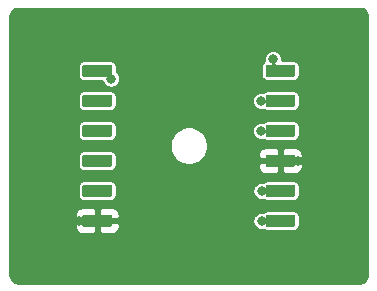
<source format=gbr>
G04 #@! TF.GenerationSoftware,KiCad,Pcbnew,5.1.5-52549c5~84~ubuntu18.04.1*
G04 #@! TF.CreationDate,2020-03-23T20:50:24+05:30*
G04 #@! TF.ProjectId,L80_adapter,4c38305f-6164-4617-9074-65722e6b6963,rev?*
G04 #@! TF.SameCoordinates,Original*
G04 #@! TF.FileFunction,Copper,L1,Top*
G04 #@! TF.FilePolarity,Positive*
%FSLAX46Y46*%
G04 Gerber Fmt 4.6, Leading zero omitted, Abs format (unit mm)*
G04 Created by KiCad (PCBNEW 5.1.5-52549c5~84~ubuntu18.04.1) date 2020-03-23 20:50:24*
%MOMM*%
%LPD*%
G04 APERTURE LIST*
%ADD10C,0.100000*%
%ADD11C,0.800000*%
%ADD12C,0.250000*%
%ADD13C,0.254000*%
G04 APERTURE END LIST*
G04 #@! TA.AperFunction,SMDPad,CuDef*
D10*
G36*
X93409802Y-105850482D02*
G01*
X93419509Y-105851921D01*
X93429028Y-105854306D01*
X93438268Y-105857612D01*
X93447140Y-105861808D01*
X93455557Y-105866853D01*
X93463439Y-105872699D01*
X93470711Y-105879289D01*
X93477301Y-105886561D01*
X93483147Y-105894443D01*
X93488192Y-105902860D01*
X93492388Y-105911732D01*
X93495694Y-105920972D01*
X93498079Y-105930491D01*
X93499518Y-105940198D01*
X93500000Y-105950000D01*
X93500000Y-106750000D01*
X93499518Y-106759802D01*
X93498079Y-106769509D01*
X93495694Y-106779028D01*
X93492388Y-106788268D01*
X93488192Y-106797140D01*
X93483147Y-106805557D01*
X93477301Y-106813439D01*
X93470711Y-106820711D01*
X93463439Y-106827301D01*
X93455557Y-106833147D01*
X93447140Y-106838192D01*
X93438268Y-106842388D01*
X93429028Y-106845694D01*
X93419509Y-106848079D01*
X93409802Y-106849518D01*
X93400000Y-106850000D01*
X91100000Y-106850000D01*
X91090198Y-106849518D01*
X91080491Y-106848079D01*
X91070972Y-106845694D01*
X91061732Y-106842388D01*
X91052860Y-106838192D01*
X91044443Y-106833147D01*
X91036561Y-106827301D01*
X91029289Y-106820711D01*
X91022699Y-106813439D01*
X91016853Y-106805557D01*
X91011808Y-106797140D01*
X91007612Y-106788268D01*
X91004306Y-106779028D01*
X91001921Y-106769509D01*
X91000482Y-106759802D01*
X91000000Y-106750000D01*
X91000000Y-105950000D01*
X91000482Y-105940198D01*
X91001921Y-105930491D01*
X91004306Y-105920972D01*
X91007612Y-105911732D01*
X91011808Y-105902860D01*
X91016853Y-105894443D01*
X91022699Y-105886561D01*
X91029289Y-105879289D01*
X91036561Y-105872699D01*
X91044443Y-105866853D01*
X91052860Y-105861808D01*
X91061732Y-105857612D01*
X91070972Y-105854306D01*
X91080491Y-105851921D01*
X91090198Y-105850482D01*
X91100000Y-105850000D01*
X93400000Y-105850000D01*
X93409802Y-105850482D01*
G37*
G04 #@! TD.AperFunction*
G04 #@! TA.AperFunction,SMDPad,CuDef*
G36*
X93409802Y-103310482D02*
G01*
X93419509Y-103311921D01*
X93429028Y-103314306D01*
X93438268Y-103317612D01*
X93447140Y-103321808D01*
X93455557Y-103326853D01*
X93463439Y-103332699D01*
X93470711Y-103339289D01*
X93477301Y-103346561D01*
X93483147Y-103354443D01*
X93488192Y-103362860D01*
X93492388Y-103371732D01*
X93495694Y-103380972D01*
X93498079Y-103390491D01*
X93499518Y-103400198D01*
X93500000Y-103410000D01*
X93500000Y-104210000D01*
X93499518Y-104219802D01*
X93498079Y-104229509D01*
X93495694Y-104239028D01*
X93492388Y-104248268D01*
X93488192Y-104257140D01*
X93483147Y-104265557D01*
X93477301Y-104273439D01*
X93470711Y-104280711D01*
X93463439Y-104287301D01*
X93455557Y-104293147D01*
X93447140Y-104298192D01*
X93438268Y-104302388D01*
X93429028Y-104305694D01*
X93419509Y-104308079D01*
X93409802Y-104309518D01*
X93400000Y-104310000D01*
X91100000Y-104310000D01*
X91090198Y-104309518D01*
X91080491Y-104308079D01*
X91070972Y-104305694D01*
X91061732Y-104302388D01*
X91052860Y-104298192D01*
X91044443Y-104293147D01*
X91036561Y-104287301D01*
X91029289Y-104280711D01*
X91022699Y-104273439D01*
X91016853Y-104265557D01*
X91011808Y-104257140D01*
X91007612Y-104248268D01*
X91004306Y-104239028D01*
X91001921Y-104229509D01*
X91000482Y-104219802D01*
X91000000Y-104210000D01*
X91000000Y-103410000D01*
X91000482Y-103400198D01*
X91001921Y-103390491D01*
X91004306Y-103380972D01*
X91007612Y-103371732D01*
X91011808Y-103362860D01*
X91016853Y-103354443D01*
X91022699Y-103346561D01*
X91029289Y-103339289D01*
X91036561Y-103332699D01*
X91044443Y-103326853D01*
X91052860Y-103321808D01*
X91061732Y-103317612D01*
X91070972Y-103314306D01*
X91080491Y-103311921D01*
X91090198Y-103310482D01*
X91100000Y-103310000D01*
X93400000Y-103310000D01*
X93409802Y-103310482D01*
G37*
G04 #@! TD.AperFunction*
G04 #@! TA.AperFunction,SMDPad,CuDef*
G36*
X93409802Y-100770482D02*
G01*
X93419509Y-100771921D01*
X93429028Y-100774306D01*
X93438268Y-100777612D01*
X93447140Y-100781808D01*
X93455557Y-100786853D01*
X93463439Y-100792699D01*
X93470711Y-100799289D01*
X93477301Y-100806561D01*
X93483147Y-100814443D01*
X93488192Y-100822860D01*
X93492388Y-100831732D01*
X93495694Y-100840972D01*
X93498079Y-100850491D01*
X93499518Y-100860198D01*
X93500000Y-100870000D01*
X93500000Y-101670000D01*
X93499518Y-101679802D01*
X93498079Y-101689509D01*
X93495694Y-101699028D01*
X93492388Y-101708268D01*
X93488192Y-101717140D01*
X93483147Y-101725557D01*
X93477301Y-101733439D01*
X93470711Y-101740711D01*
X93463439Y-101747301D01*
X93455557Y-101753147D01*
X93447140Y-101758192D01*
X93438268Y-101762388D01*
X93429028Y-101765694D01*
X93419509Y-101768079D01*
X93409802Y-101769518D01*
X93400000Y-101770000D01*
X91100000Y-101770000D01*
X91090198Y-101769518D01*
X91080491Y-101768079D01*
X91070972Y-101765694D01*
X91061732Y-101762388D01*
X91052860Y-101758192D01*
X91044443Y-101753147D01*
X91036561Y-101747301D01*
X91029289Y-101740711D01*
X91022699Y-101733439D01*
X91016853Y-101725557D01*
X91011808Y-101717140D01*
X91007612Y-101708268D01*
X91004306Y-101699028D01*
X91001921Y-101689509D01*
X91000482Y-101679802D01*
X91000000Y-101670000D01*
X91000000Y-100870000D01*
X91000482Y-100860198D01*
X91001921Y-100850491D01*
X91004306Y-100840972D01*
X91007612Y-100831732D01*
X91011808Y-100822860D01*
X91016853Y-100814443D01*
X91022699Y-100806561D01*
X91029289Y-100799289D01*
X91036561Y-100792699D01*
X91044443Y-100786853D01*
X91052860Y-100781808D01*
X91061732Y-100777612D01*
X91070972Y-100774306D01*
X91080491Y-100771921D01*
X91090198Y-100770482D01*
X91100000Y-100770000D01*
X93400000Y-100770000D01*
X93409802Y-100770482D01*
G37*
G04 #@! TD.AperFunction*
G04 #@! TA.AperFunction,SMDPad,CuDef*
G36*
X93409802Y-98230482D02*
G01*
X93419509Y-98231921D01*
X93429028Y-98234306D01*
X93438268Y-98237612D01*
X93447140Y-98241808D01*
X93455557Y-98246853D01*
X93463439Y-98252699D01*
X93470711Y-98259289D01*
X93477301Y-98266561D01*
X93483147Y-98274443D01*
X93488192Y-98282860D01*
X93492388Y-98291732D01*
X93495694Y-98300972D01*
X93498079Y-98310491D01*
X93499518Y-98320198D01*
X93500000Y-98330000D01*
X93500000Y-99130000D01*
X93499518Y-99139802D01*
X93498079Y-99149509D01*
X93495694Y-99159028D01*
X93492388Y-99168268D01*
X93488192Y-99177140D01*
X93483147Y-99185557D01*
X93477301Y-99193439D01*
X93470711Y-99200711D01*
X93463439Y-99207301D01*
X93455557Y-99213147D01*
X93447140Y-99218192D01*
X93438268Y-99222388D01*
X93429028Y-99225694D01*
X93419509Y-99228079D01*
X93409802Y-99229518D01*
X93400000Y-99230000D01*
X91100000Y-99230000D01*
X91090198Y-99229518D01*
X91080491Y-99228079D01*
X91070972Y-99225694D01*
X91061732Y-99222388D01*
X91052860Y-99218192D01*
X91044443Y-99213147D01*
X91036561Y-99207301D01*
X91029289Y-99200711D01*
X91022699Y-99193439D01*
X91016853Y-99185557D01*
X91011808Y-99177140D01*
X91007612Y-99168268D01*
X91004306Y-99159028D01*
X91001921Y-99149509D01*
X91000482Y-99139802D01*
X91000000Y-99130000D01*
X91000000Y-98330000D01*
X91000482Y-98320198D01*
X91001921Y-98310491D01*
X91004306Y-98300972D01*
X91007612Y-98291732D01*
X91011808Y-98282860D01*
X91016853Y-98274443D01*
X91022699Y-98266561D01*
X91029289Y-98259289D01*
X91036561Y-98252699D01*
X91044443Y-98246853D01*
X91052860Y-98241808D01*
X91061732Y-98237612D01*
X91070972Y-98234306D01*
X91080491Y-98231921D01*
X91090198Y-98230482D01*
X91100000Y-98230000D01*
X93400000Y-98230000D01*
X93409802Y-98230482D01*
G37*
G04 #@! TD.AperFunction*
G04 #@! TA.AperFunction,SMDPad,CuDef*
G36*
X93409802Y-95690482D02*
G01*
X93419509Y-95691921D01*
X93429028Y-95694306D01*
X93438268Y-95697612D01*
X93447140Y-95701808D01*
X93455557Y-95706853D01*
X93463439Y-95712699D01*
X93470711Y-95719289D01*
X93477301Y-95726561D01*
X93483147Y-95734443D01*
X93488192Y-95742860D01*
X93492388Y-95751732D01*
X93495694Y-95760972D01*
X93498079Y-95770491D01*
X93499518Y-95780198D01*
X93500000Y-95790000D01*
X93500000Y-96590000D01*
X93499518Y-96599802D01*
X93498079Y-96609509D01*
X93495694Y-96619028D01*
X93492388Y-96628268D01*
X93488192Y-96637140D01*
X93483147Y-96645557D01*
X93477301Y-96653439D01*
X93470711Y-96660711D01*
X93463439Y-96667301D01*
X93455557Y-96673147D01*
X93447140Y-96678192D01*
X93438268Y-96682388D01*
X93429028Y-96685694D01*
X93419509Y-96688079D01*
X93409802Y-96689518D01*
X93400000Y-96690000D01*
X91100000Y-96690000D01*
X91090198Y-96689518D01*
X91080491Y-96688079D01*
X91070972Y-96685694D01*
X91061732Y-96682388D01*
X91052860Y-96678192D01*
X91044443Y-96673147D01*
X91036561Y-96667301D01*
X91029289Y-96660711D01*
X91022699Y-96653439D01*
X91016853Y-96645557D01*
X91011808Y-96637140D01*
X91007612Y-96628268D01*
X91004306Y-96619028D01*
X91001921Y-96609509D01*
X91000482Y-96599802D01*
X91000000Y-96590000D01*
X91000000Y-95790000D01*
X91000482Y-95780198D01*
X91001921Y-95770491D01*
X91004306Y-95760972D01*
X91007612Y-95751732D01*
X91011808Y-95742860D01*
X91016853Y-95734443D01*
X91022699Y-95726561D01*
X91029289Y-95719289D01*
X91036561Y-95712699D01*
X91044443Y-95706853D01*
X91052860Y-95701808D01*
X91061732Y-95697612D01*
X91070972Y-95694306D01*
X91080491Y-95691921D01*
X91090198Y-95690482D01*
X91100000Y-95690000D01*
X93400000Y-95690000D01*
X93409802Y-95690482D01*
G37*
G04 #@! TD.AperFunction*
G04 #@! TA.AperFunction,SMDPad,CuDef*
G36*
X93409802Y-93150482D02*
G01*
X93419509Y-93151921D01*
X93429028Y-93154306D01*
X93438268Y-93157612D01*
X93447140Y-93161808D01*
X93455557Y-93166853D01*
X93463439Y-93172699D01*
X93470711Y-93179289D01*
X93477301Y-93186561D01*
X93483147Y-93194443D01*
X93488192Y-93202860D01*
X93492388Y-93211732D01*
X93495694Y-93220972D01*
X93498079Y-93230491D01*
X93499518Y-93240198D01*
X93500000Y-93250000D01*
X93500000Y-94050000D01*
X93499518Y-94059802D01*
X93498079Y-94069509D01*
X93495694Y-94079028D01*
X93492388Y-94088268D01*
X93488192Y-94097140D01*
X93483147Y-94105557D01*
X93477301Y-94113439D01*
X93470711Y-94120711D01*
X93463439Y-94127301D01*
X93455557Y-94133147D01*
X93447140Y-94138192D01*
X93438268Y-94142388D01*
X93429028Y-94145694D01*
X93419509Y-94148079D01*
X93409802Y-94149518D01*
X93400000Y-94150000D01*
X91100000Y-94150000D01*
X91090198Y-94149518D01*
X91080491Y-94148079D01*
X91070972Y-94145694D01*
X91061732Y-94142388D01*
X91052860Y-94138192D01*
X91044443Y-94133147D01*
X91036561Y-94127301D01*
X91029289Y-94120711D01*
X91022699Y-94113439D01*
X91016853Y-94105557D01*
X91011808Y-94097140D01*
X91007612Y-94088268D01*
X91004306Y-94079028D01*
X91001921Y-94069509D01*
X91000482Y-94059802D01*
X91000000Y-94050000D01*
X91000000Y-93250000D01*
X91000482Y-93240198D01*
X91001921Y-93230491D01*
X91004306Y-93220972D01*
X91007612Y-93211732D01*
X91011808Y-93202860D01*
X91016853Y-93194443D01*
X91022699Y-93186561D01*
X91029289Y-93179289D01*
X91036561Y-93172699D01*
X91044443Y-93166853D01*
X91052860Y-93161808D01*
X91061732Y-93157612D01*
X91070972Y-93154306D01*
X91080491Y-93151921D01*
X91090198Y-93150482D01*
X91100000Y-93150000D01*
X93400000Y-93150000D01*
X93409802Y-93150482D01*
G37*
G04 #@! TD.AperFunction*
G04 #@! TA.AperFunction,SMDPad,CuDef*
G36*
X108909802Y-93150482D02*
G01*
X108919509Y-93151921D01*
X108929028Y-93154306D01*
X108938268Y-93157612D01*
X108947140Y-93161808D01*
X108955557Y-93166853D01*
X108963439Y-93172699D01*
X108970711Y-93179289D01*
X108977301Y-93186561D01*
X108983147Y-93194443D01*
X108988192Y-93202860D01*
X108992388Y-93211732D01*
X108995694Y-93220972D01*
X108998079Y-93230491D01*
X108999518Y-93240198D01*
X109000000Y-93250000D01*
X109000000Y-94050000D01*
X108999518Y-94059802D01*
X108998079Y-94069509D01*
X108995694Y-94079028D01*
X108992388Y-94088268D01*
X108988192Y-94097140D01*
X108983147Y-94105557D01*
X108977301Y-94113439D01*
X108970711Y-94120711D01*
X108963439Y-94127301D01*
X108955557Y-94133147D01*
X108947140Y-94138192D01*
X108938268Y-94142388D01*
X108929028Y-94145694D01*
X108919509Y-94148079D01*
X108909802Y-94149518D01*
X108900000Y-94150000D01*
X106600000Y-94150000D01*
X106590198Y-94149518D01*
X106580491Y-94148079D01*
X106570972Y-94145694D01*
X106561732Y-94142388D01*
X106552860Y-94138192D01*
X106544443Y-94133147D01*
X106536561Y-94127301D01*
X106529289Y-94120711D01*
X106522699Y-94113439D01*
X106516853Y-94105557D01*
X106511808Y-94097140D01*
X106507612Y-94088268D01*
X106504306Y-94079028D01*
X106501921Y-94069509D01*
X106500482Y-94059802D01*
X106500000Y-94050000D01*
X106500000Y-93250000D01*
X106500482Y-93240198D01*
X106501921Y-93230491D01*
X106504306Y-93220972D01*
X106507612Y-93211732D01*
X106511808Y-93202860D01*
X106516853Y-93194443D01*
X106522699Y-93186561D01*
X106529289Y-93179289D01*
X106536561Y-93172699D01*
X106544443Y-93166853D01*
X106552860Y-93161808D01*
X106561732Y-93157612D01*
X106570972Y-93154306D01*
X106580491Y-93151921D01*
X106590198Y-93150482D01*
X106600000Y-93150000D01*
X108900000Y-93150000D01*
X108909802Y-93150482D01*
G37*
G04 #@! TD.AperFunction*
G04 #@! TA.AperFunction,SMDPad,CuDef*
G36*
X108909802Y-95690482D02*
G01*
X108919509Y-95691921D01*
X108929028Y-95694306D01*
X108938268Y-95697612D01*
X108947140Y-95701808D01*
X108955557Y-95706853D01*
X108963439Y-95712699D01*
X108970711Y-95719289D01*
X108977301Y-95726561D01*
X108983147Y-95734443D01*
X108988192Y-95742860D01*
X108992388Y-95751732D01*
X108995694Y-95760972D01*
X108998079Y-95770491D01*
X108999518Y-95780198D01*
X109000000Y-95790000D01*
X109000000Y-96590000D01*
X108999518Y-96599802D01*
X108998079Y-96609509D01*
X108995694Y-96619028D01*
X108992388Y-96628268D01*
X108988192Y-96637140D01*
X108983147Y-96645557D01*
X108977301Y-96653439D01*
X108970711Y-96660711D01*
X108963439Y-96667301D01*
X108955557Y-96673147D01*
X108947140Y-96678192D01*
X108938268Y-96682388D01*
X108929028Y-96685694D01*
X108919509Y-96688079D01*
X108909802Y-96689518D01*
X108900000Y-96690000D01*
X106600000Y-96690000D01*
X106590198Y-96689518D01*
X106580491Y-96688079D01*
X106570972Y-96685694D01*
X106561732Y-96682388D01*
X106552860Y-96678192D01*
X106544443Y-96673147D01*
X106536561Y-96667301D01*
X106529289Y-96660711D01*
X106522699Y-96653439D01*
X106516853Y-96645557D01*
X106511808Y-96637140D01*
X106507612Y-96628268D01*
X106504306Y-96619028D01*
X106501921Y-96609509D01*
X106500482Y-96599802D01*
X106500000Y-96590000D01*
X106500000Y-95790000D01*
X106500482Y-95780198D01*
X106501921Y-95770491D01*
X106504306Y-95760972D01*
X106507612Y-95751732D01*
X106511808Y-95742860D01*
X106516853Y-95734443D01*
X106522699Y-95726561D01*
X106529289Y-95719289D01*
X106536561Y-95712699D01*
X106544443Y-95706853D01*
X106552860Y-95701808D01*
X106561732Y-95697612D01*
X106570972Y-95694306D01*
X106580491Y-95691921D01*
X106590198Y-95690482D01*
X106600000Y-95690000D01*
X108900000Y-95690000D01*
X108909802Y-95690482D01*
G37*
G04 #@! TD.AperFunction*
G04 #@! TA.AperFunction,SMDPad,CuDef*
G36*
X108909802Y-98230482D02*
G01*
X108919509Y-98231921D01*
X108929028Y-98234306D01*
X108938268Y-98237612D01*
X108947140Y-98241808D01*
X108955557Y-98246853D01*
X108963439Y-98252699D01*
X108970711Y-98259289D01*
X108977301Y-98266561D01*
X108983147Y-98274443D01*
X108988192Y-98282860D01*
X108992388Y-98291732D01*
X108995694Y-98300972D01*
X108998079Y-98310491D01*
X108999518Y-98320198D01*
X109000000Y-98330000D01*
X109000000Y-99130000D01*
X108999518Y-99139802D01*
X108998079Y-99149509D01*
X108995694Y-99159028D01*
X108992388Y-99168268D01*
X108988192Y-99177140D01*
X108983147Y-99185557D01*
X108977301Y-99193439D01*
X108970711Y-99200711D01*
X108963439Y-99207301D01*
X108955557Y-99213147D01*
X108947140Y-99218192D01*
X108938268Y-99222388D01*
X108929028Y-99225694D01*
X108919509Y-99228079D01*
X108909802Y-99229518D01*
X108900000Y-99230000D01*
X106600000Y-99230000D01*
X106590198Y-99229518D01*
X106580491Y-99228079D01*
X106570972Y-99225694D01*
X106561732Y-99222388D01*
X106552860Y-99218192D01*
X106544443Y-99213147D01*
X106536561Y-99207301D01*
X106529289Y-99200711D01*
X106522699Y-99193439D01*
X106516853Y-99185557D01*
X106511808Y-99177140D01*
X106507612Y-99168268D01*
X106504306Y-99159028D01*
X106501921Y-99149509D01*
X106500482Y-99139802D01*
X106500000Y-99130000D01*
X106500000Y-98330000D01*
X106500482Y-98320198D01*
X106501921Y-98310491D01*
X106504306Y-98300972D01*
X106507612Y-98291732D01*
X106511808Y-98282860D01*
X106516853Y-98274443D01*
X106522699Y-98266561D01*
X106529289Y-98259289D01*
X106536561Y-98252699D01*
X106544443Y-98246853D01*
X106552860Y-98241808D01*
X106561732Y-98237612D01*
X106570972Y-98234306D01*
X106580491Y-98231921D01*
X106590198Y-98230482D01*
X106600000Y-98230000D01*
X108900000Y-98230000D01*
X108909802Y-98230482D01*
G37*
G04 #@! TD.AperFunction*
G04 #@! TA.AperFunction,SMDPad,CuDef*
G36*
X108909802Y-100770482D02*
G01*
X108919509Y-100771921D01*
X108929028Y-100774306D01*
X108938268Y-100777612D01*
X108947140Y-100781808D01*
X108955557Y-100786853D01*
X108963439Y-100792699D01*
X108970711Y-100799289D01*
X108977301Y-100806561D01*
X108983147Y-100814443D01*
X108988192Y-100822860D01*
X108992388Y-100831732D01*
X108995694Y-100840972D01*
X108998079Y-100850491D01*
X108999518Y-100860198D01*
X109000000Y-100870000D01*
X109000000Y-101670000D01*
X108999518Y-101679802D01*
X108998079Y-101689509D01*
X108995694Y-101699028D01*
X108992388Y-101708268D01*
X108988192Y-101717140D01*
X108983147Y-101725557D01*
X108977301Y-101733439D01*
X108970711Y-101740711D01*
X108963439Y-101747301D01*
X108955557Y-101753147D01*
X108947140Y-101758192D01*
X108938268Y-101762388D01*
X108929028Y-101765694D01*
X108919509Y-101768079D01*
X108909802Y-101769518D01*
X108900000Y-101770000D01*
X106600000Y-101770000D01*
X106590198Y-101769518D01*
X106580491Y-101768079D01*
X106570972Y-101765694D01*
X106561732Y-101762388D01*
X106552860Y-101758192D01*
X106544443Y-101753147D01*
X106536561Y-101747301D01*
X106529289Y-101740711D01*
X106522699Y-101733439D01*
X106516853Y-101725557D01*
X106511808Y-101717140D01*
X106507612Y-101708268D01*
X106504306Y-101699028D01*
X106501921Y-101689509D01*
X106500482Y-101679802D01*
X106500000Y-101670000D01*
X106500000Y-100870000D01*
X106500482Y-100860198D01*
X106501921Y-100850491D01*
X106504306Y-100840972D01*
X106507612Y-100831732D01*
X106511808Y-100822860D01*
X106516853Y-100814443D01*
X106522699Y-100806561D01*
X106529289Y-100799289D01*
X106536561Y-100792699D01*
X106544443Y-100786853D01*
X106552860Y-100781808D01*
X106561732Y-100777612D01*
X106570972Y-100774306D01*
X106580491Y-100771921D01*
X106590198Y-100770482D01*
X106600000Y-100770000D01*
X108900000Y-100770000D01*
X108909802Y-100770482D01*
G37*
G04 #@! TD.AperFunction*
G04 #@! TA.AperFunction,SMDPad,CuDef*
G36*
X108909802Y-103310482D02*
G01*
X108919509Y-103311921D01*
X108929028Y-103314306D01*
X108938268Y-103317612D01*
X108947140Y-103321808D01*
X108955557Y-103326853D01*
X108963439Y-103332699D01*
X108970711Y-103339289D01*
X108977301Y-103346561D01*
X108983147Y-103354443D01*
X108988192Y-103362860D01*
X108992388Y-103371732D01*
X108995694Y-103380972D01*
X108998079Y-103390491D01*
X108999518Y-103400198D01*
X109000000Y-103410000D01*
X109000000Y-104210000D01*
X108999518Y-104219802D01*
X108998079Y-104229509D01*
X108995694Y-104239028D01*
X108992388Y-104248268D01*
X108988192Y-104257140D01*
X108983147Y-104265557D01*
X108977301Y-104273439D01*
X108970711Y-104280711D01*
X108963439Y-104287301D01*
X108955557Y-104293147D01*
X108947140Y-104298192D01*
X108938268Y-104302388D01*
X108929028Y-104305694D01*
X108919509Y-104308079D01*
X108909802Y-104309518D01*
X108900000Y-104310000D01*
X106600000Y-104310000D01*
X106590198Y-104309518D01*
X106580491Y-104308079D01*
X106570972Y-104305694D01*
X106561732Y-104302388D01*
X106552860Y-104298192D01*
X106544443Y-104293147D01*
X106536561Y-104287301D01*
X106529289Y-104280711D01*
X106522699Y-104273439D01*
X106516853Y-104265557D01*
X106511808Y-104257140D01*
X106507612Y-104248268D01*
X106504306Y-104239028D01*
X106501921Y-104229509D01*
X106500482Y-104219802D01*
X106500000Y-104210000D01*
X106500000Y-103410000D01*
X106500482Y-103400198D01*
X106501921Y-103390491D01*
X106504306Y-103380972D01*
X106507612Y-103371732D01*
X106511808Y-103362860D01*
X106516853Y-103354443D01*
X106522699Y-103346561D01*
X106529289Y-103339289D01*
X106536561Y-103332699D01*
X106544443Y-103326853D01*
X106552860Y-103321808D01*
X106561732Y-103317612D01*
X106570972Y-103314306D01*
X106580491Y-103311921D01*
X106590198Y-103310482D01*
X106600000Y-103310000D01*
X108900000Y-103310000D01*
X108909802Y-103310482D01*
G37*
G04 #@! TD.AperFunction*
G04 #@! TA.AperFunction,SMDPad,CuDef*
G36*
X108909802Y-105850482D02*
G01*
X108919509Y-105851921D01*
X108929028Y-105854306D01*
X108938268Y-105857612D01*
X108947140Y-105861808D01*
X108955557Y-105866853D01*
X108963439Y-105872699D01*
X108970711Y-105879289D01*
X108977301Y-105886561D01*
X108983147Y-105894443D01*
X108988192Y-105902860D01*
X108992388Y-105911732D01*
X108995694Y-105920972D01*
X108998079Y-105930491D01*
X108999518Y-105940198D01*
X109000000Y-105950000D01*
X109000000Y-106750000D01*
X108999518Y-106759802D01*
X108998079Y-106769509D01*
X108995694Y-106779028D01*
X108992388Y-106788268D01*
X108988192Y-106797140D01*
X108983147Y-106805557D01*
X108977301Y-106813439D01*
X108970711Y-106820711D01*
X108963439Y-106827301D01*
X108955557Y-106833147D01*
X108947140Y-106838192D01*
X108938268Y-106842388D01*
X108929028Y-106845694D01*
X108919509Y-106848079D01*
X108909802Y-106849518D01*
X108900000Y-106850000D01*
X106600000Y-106850000D01*
X106590198Y-106849518D01*
X106580491Y-106848079D01*
X106570972Y-106845694D01*
X106561732Y-106842388D01*
X106552860Y-106838192D01*
X106544443Y-106833147D01*
X106536561Y-106827301D01*
X106529289Y-106820711D01*
X106522699Y-106813439D01*
X106516853Y-106805557D01*
X106511808Y-106797140D01*
X106507612Y-106788268D01*
X106504306Y-106779028D01*
X106501921Y-106769509D01*
X106500482Y-106759802D01*
X106500000Y-106750000D01*
X106500000Y-105950000D01*
X106500482Y-105940198D01*
X106501921Y-105930491D01*
X106504306Y-105920972D01*
X106507612Y-105911732D01*
X106511808Y-105902860D01*
X106516853Y-105894443D01*
X106522699Y-105886561D01*
X106529289Y-105879289D01*
X106536561Y-105872699D01*
X106544443Y-105866853D01*
X106552860Y-105861808D01*
X106561732Y-105857612D01*
X106570972Y-105854306D01*
X106580491Y-105851921D01*
X106590198Y-105850482D01*
X106600000Y-105850000D01*
X108900000Y-105850000D01*
X108909802Y-105850482D01*
G37*
G04 #@! TD.AperFunction*
D11*
X109283500Y-101282500D03*
X90678000Y-106362500D03*
X106108500Y-96202500D03*
X106108500Y-98742500D03*
X106172000Y-106362500D03*
X106172000Y-103822500D03*
X107124500Y-92683490D03*
X93404998Y-94322028D03*
D12*
X107750000Y-101270000D02*
X109271000Y-101270000D01*
X109271000Y-101270000D02*
X109283500Y-101282500D01*
X92250000Y-106350000D02*
X90690500Y-106350000D01*
X90690500Y-106350000D02*
X90678000Y-106362500D01*
X107750000Y-96190000D02*
X106121000Y-96190000D01*
X106057500Y-98730000D02*
X107750000Y-98730000D01*
X107750000Y-106350000D02*
X106184500Y-106350000D01*
X106184500Y-106350000D02*
X106172000Y-106362500D01*
X107750000Y-103810000D02*
X106184500Y-103810000D01*
X106184500Y-103810000D02*
X106172000Y-103822500D01*
X107124500Y-93024500D02*
X107124500Y-92683490D01*
X107750000Y-93650000D02*
X107124500Y-93024500D01*
X92732970Y-93650000D02*
X93404998Y-94322028D01*
X92250000Y-93650000D02*
X92732970Y-93650000D01*
D13*
G36*
X114614994Y-88419222D02*
G01*
X114725614Y-88452620D01*
X114827639Y-88506868D01*
X114917179Y-88579895D01*
X114990833Y-88668925D01*
X115045792Y-88770572D01*
X115079960Y-88880949D01*
X115094001Y-89014537D01*
X115094000Y-110980146D01*
X115080778Y-111114994D01*
X115047379Y-111225615D01*
X114993132Y-111327639D01*
X114920106Y-111417179D01*
X114831072Y-111490834D01*
X114729428Y-111545792D01*
X114619051Y-111579960D01*
X114485472Y-111594000D01*
X85519854Y-111594000D01*
X85385006Y-111580778D01*
X85274385Y-111547379D01*
X85172361Y-111493132D01*
X85082821Y-111420106D01*
X85009166Y-111331072D01*
X84954208Y-111229428D01*
X84920040Y-111119051D01*
X84906000Y-110985472D01*
X84906000Y-106850000D01*
X90361928Y-106850000D01*
X90374188Y-106974482D01*
X90410498Y-107094180D01*
X90469463Y-107204494D01*
X90548815Y-107301185D01*
X90645506Y-107380537D01*
X90755820Y-107439502D01*
X90875518Y-107475812D01*
X91000000Y-107488072D01*
X91964250Y-107485000D01*
X92123000Y-107326250D01*
X92123000Y-106477000D01*
X92377000Y-106477000D01*
X92377000Y-107326250D01*
X92535750Y-107485000D01*
X93500000Y-107488072D01*
X93624482Y-107475812D01*
X93744180Y-107439502D01*
X93854494Y-107380537D01*
X93951185Y-107301185D01*
X94030537Y-107204494D01*
X94089502Y-107094180D01*
X94125812Y-106974482D01*
X94138072Y-106850000D01*
X94135000Y-106635750D01*
X93976250Y-106477000D01*
X92377000Y-106477000D01*
X92123000Y-106477000D01*
X90523750Y-106477000D01*
X90365000Y-106635750D01*
X90361928Y-106850000D01*
X84906000Y-106850000D01*
X84906000Y-106285578D01*
X105391000Y-106285578D01*
X105391000Y-106439422D01*
X105421013Y-106590309D01*
X105479887Y-106732442D01*
X105565358Y-106860359D01*
X105674141Y-106969142D01*
X105802058Y-107054613D01*
X105944191Y-107113487D01*
X106095078Y-107143500D01*
X106248922Y-107143500D01*
X106307772Y-107131794D01*
X106331747Y-107151469D01*
X106415224Y-107196089D01*
X106505802Y-107223565D01*
X106600000Y-107232843D01*
X108900000Y-107232843D01*
X108994198Y-107223565D01*
X109084776Y-107196089D01*
X109168253Y-107151469D01*
X109241422Y-107091422D01*
X109301469Y-107018253D01*
X109346089Y-106934776D01*
X109373565Y-106844198D01*
X109382843Y-106750000D01*
X109382843Y-105950000D01*
X109373565Y-105855802D01*
X109346089Y-105765224D01*
X109301469Y-105681747D01*
X109241422Y-105608578D01*
X109168253Y-105548531D01*
X109084776Y-105503911D01*
X108994198Y-105476435D01*
X108900000Y-105467157D01*
X106600000Y-105467157D01*
X106505802Y-105476435D01*
X106415224Y-105503911D01*
X106331747Y-105548531D01*
X106283252Y-105588329D01*
X106248922Y-105581500D01*
X106095078Y-105581500D01*
X105944191Y-105611513D01*
X105802058Y-105670387D01*
X105674141Y-105755858D01*
X105565358Y-105864641D01*
X105479887Y-105992558D01*
X105421013Y-106134691D01*
X105391000Y-106285578D01*
X84906000Y-106285578D01*
X84906000Y-105850000D01*
X90361928Y-105850000D01*
X90365000Y-106064250D01*
X90523750Y-106223000D01*
X92123000Y-106223000D01*
X92123000Y-105373750D01*
X92377000Y-105373750D01*
X92377000Y-106223000D01*
X93976250Y-106223000D01*
X94135000Y-106064250D01*
X94138072Y-105850000D01*
X94125812Y-105725518D01*
X94089502Y-105605820D01*
X94030537Y-105495506D01*
X93951185Y-105398815D01*
X93854494Y-105319463D01*
X93744180Y-105260498D01*
X93624482Y-105224188D01*
X93500000Y-105211928D01*
X92535750Y-105215000D01*
X92377000Y-105373750D01*
X92123000Y-105373750D01*
X91964250Y-105215000D01*
X91000000Y-105211928D01*
X90875518Y-105224188D01*
X90755820Y-105260498D01*
X90645506Y-105319463D01*
X90548815Y-105398815D01*
X90469463Y-105495506D01*
X90410498Y-105605820D01*
X90374188Y-105725518D01*
X90361928Y-105850000D01*
X84906000Y-105850000D01*
X84906000Y-103410000D01*
X90617157Y-103410000D01*
X90617157Y-104210000D01*
X90626435Y-104304198D01*
X90653911Y-104394776D01*
X90698531Y-104478253D01*
X90758578Y-104551422D01*
X90831747Y-104611469D01*
X90915224Y-104656089D01*
X91005802Y-104683565D01*
X91100000Y-104692843D01*
X93400000Y-104692843D01*
X93494198Y-104683565D01*
X93584776Y-104656089D01*
X93668253Y-104611469D01*
X93741422Y-104551422D01*
X93801469Y-104478253D01*
X93846089Y-104394776D01*
X93873565Y-104304198D01*
X93882843Y-104210000D01*
X93882843Y-103745578D01*
X105391000Y-103745578D01*
X105391000Y-103899422D01*
X105421013Y-104050309D01*
X105479887Y-104192442D01*
X105565358Y-104320359D01*
X105674141Y-104429142D01*
X105802058Y-104514613D01*
X105944191Y-104573487D01*
X106095078Y-104603500D01*
X106248922Y-104603500D01*
X106307772Y-104591794D01*
X106331747Y-104611469D01*
X106415224Y-104656089D01*
X106505802Y-104683565D01*
X106600000Y-104692843D01*
X108900000Y-104692843D01*
X108994198Y-104683565D01*
X109084776Y-104656089D01*
X109168253Y-104611469D01*
X109241422Y-104551422D01*
X109301469Y-104478253D01*
X109346089Y-104394776D01*
X109373565Y-104304198D01*
X109382843Y-104210000D01*
X109382843Y-103410000D01*
X109373565Y-103315802D01*
X109346089Y-103225224D01*
X109301469Y-103141747D01*
X109241422Y-103068578D01*
X109168253Y-103008531D01*
X109084776Y-102963911D01*
X108994198Y-102936435D01*
X108900000Y-102927157D01*
X106600000Y-102927157D01*
X106505802Y-102936435D01*
X106415224Y-102963911D01*
X106331747Y-103008531D01*
X106283252Y-103048329D01*
X106248922Y-103041500D01*
X106095078Y-103041500D01*
X105944191Y-103071513D01*
X105802058Y-103130387D01*
X105674141Y-103215858D01*
X105565358Y-103324641D01*
X105479887Y-103452558D01*
X105421013Y-103594691D01*
X105391000Y-103745578D01*
X93882843Y-103745578D01*
X93882843Y-103410000D01*
X93873565Y-103315802D01*
X93846089Y-103225224D01*
X93801469Y-103141747D01*
X93741422Y-103068578D01*
X93668253Y-103008531D01*
X93584776Y-102963911D01*
X93494198Y-102936435D01*
X93400000Y-102927157D01*
X91100000Y-102927157D01*
X91005802Y-102936435D01*
X90915224Y-102963911D01*
X90831747Y-103008531D01*
X90758578Y-103068578D01*
X90698531Y-103141747D01*
X90653911Y-103225224D01*
X90626435Y-103315802D01*
X90617157Y-103410000D01*
X84906000Y-103410000D01*
X84906000Y-100870000D01*
X90617157Y-100870000D01*
X90617157Y-101670000D01*
X90626435Y-101764198D01*
X90653911Y-101854776D01*
X90698531Y-101938253D01*
X90758578Y-102011422D01*
X90831747Y-102071469D01*
X90915224Y-102116089D01*
X91005802Y-102143565D01*
X91100000Y-102152843D01*
X93400000Y-102152843D01*
X93494198Y-102143565D01*
X93584776Y-102116089D01*
X93668253Y-102071469D01*
X93741422Y-102011422D01*
X93801469Y-101938253D01*
X93846089Y-101854776D01*
X93871805Y-101770000D01*
X105861928Y-101770000D01*
X105874188Y-101894482D01*
X105910498Y-102014180D01*
X105969463Y-102124494D01*
X106048815Y-102221185D01*
X106145506Y-102300537D01*
X106255820Y-102359502D01*
X106375518Y-102395812D01*
X106500000Y-102408072D01*
X107464250Y-102405000D01*
X107623000Y-102246250D01*
X107623000Y-101397000D01*
X107877000Y-101397000D01*
X107877000Y-102246250D01*
X108035750Y-102405000D01*
X109000000Y-102408072D01*
X109124482Y-102395812D01*
X109244180Y-102359502D01*
X109354494Y-102300537D01*
X109451185Y-102221185D01*
X109530537Y-102124494D01*
X109589502Y-102014180D01*
X109625812Y-101894482D01*
X109638072Y-101770000D01*
X109635000Y-101555750D01*
X109476250Y-101397000D01*
X107877000Y-101397000D01*
X107623000Y-101397000D01*
X106023750Y-101397000D01*
X105865000Y-101555750D01*
X105861928Y-101770000D01*
X93871805Y-101770000D01*
X93873565Y-101764198D01*
X93882843Y-101670000D01*
X93882843Y-100870000D01*
X93873565Y-100775802D01*
X93846089Y-100685224D01*
X93801469Y-100601747D01*
X93741422Y-100528578D01*
X93668253Y-100468531D01*
X93584776Y-100423911D01*
X93494198Y-100396435D01*
X93400000Y-100387157D01*
X91100000Y-100387157D01*
X91005802Y-100396435D01*
X90915224Y-100423911D01*
X90831747Y-100468531D01*
X90758578Y-100528578D01*
X90698531Y-100601747D01*
X90653911Y-100685224D01*
X90626435Y-100775802D01*
X90617157Y-100870000D01*
X84906000Y-100870000D01*
X84906000Y-99839360D01*
X98369000Y-99839360D01*
X98369000Y-100160640D01*
X98431678Y-100475745D01*
X98554626Y-100772568D01*
X98733119Y-101039702D01*
X98960298Y-101266881D01*
X99227432Y-101445374D01*
X99524255Y-101568322D01*
X99839360Y-101631000D01*
X100160640Y-101631000D01*
X100475745Y-101568322D01*
X100772568Y-101445374D01*
X101039702Y-101266881D01*
X101266881Y-101039702D01*
X101445374Y-100772568D01*
X101446437Y-100770000D01*
X105861928Y-100770000D01*
X105865000Y-100984250D01*
X106023750Y-101143000D01*
X107623000Y-101143000D01*
X107623000Y-100293750D01*
X107877000Y-100293750D01*
X107877000Y-101143000D01*
X109476250Y-101143000D01*
X109635000Y-100984250D01*
X109638072Y-100770000D01*
X109625812Y-100645518D01*
X109589502Y-100525820D01*
X109530537Y-100415506D01*
X109451185Y-100318815D01*
X109354494Y-100239463D01*
X109244180Y-100180498D01*
X109124482Y-100144188D01*
X109000000Y-100131928D01*
X108035750Y-100135000D01*
X107877000Y-100293750D01*
X107623000Y-100293750D01*
X107464250Y-100135000D01*
X106500000Y-100131928D01*
X106375518Y-100144188D01*
X106255820Y-100180498D01*
X106145506Y-100239463D01*
X106048815Y-100318815D01*
X105969463Y-100415506D01*
X105910498Y-100525820D01*
X105874188Y-100645518D01*
X105861928Y-100770000D01*
X101446437Y-100770000D01*
X101568322Y-100475745D01*
X101631000Y-100160640D01*
X101631000Y-99839360D01*
X101568322Y-99524255D01*
X101445374Y-99227432D01*
X101266881Y-98960298D01*
X101039702Y-98733119D01*
X100938620Y-98665578D01*
X105327500Y-98665578D01*
X105327500Y-98819422D01*
X105357513Y-98970309D01*
X105416387Y-99112442D01*
X105501858Y-99240359D01*
X105610641Y-99349142D01*
X105738558Y-99434613D01*
X105880691Y-99493487D01*
X106031578Y-99523500D01*
X106185422Y-99523500D01*
X106295384Y-99501627D01*
X106331747Y-99531469D01*
X106415224Y-99576089D01*
X106505802Y-99603565D01*
X106600000Y-99612843D01*
X108900000Y-99612843D01*
X108994198Y-99603565D01*
X109084776Y-99576089D01*
X109168253Y-99531469D01*
X109241422Y-99471422D01*
X109301469Y-99398253D01*
X109346089Y-99314776D01*
X109373565Y-99224198D01*
X109382843Y-99130000D01*
X109382843Y-98330000D01*
X109373565Y-98235802D01*
X109346089Y-98145224D01*
X109301469Y-98061747D01*
X109241422Y-97988578D01*
X109168253Y-97928531D01*
X109084776Y-97883911D01*
X108994198Y-97856435D01*
X108900000Y-97847157D01*
X106600000Y-97847157D01*
X106505802Y-97856435D01*
X106415224Y-97883911D01*
X106331747Y-97928531D01*
X106270864Y-97978495D01*
X106185422Y-97961500D01*
X106031578Y-97961500D01*
X105880691Y-97991513D01*
X105738558Y-98050387D01*
X105610641Y-98135858D01*
X105501858Y-98244641D01*
X105416387Y-98372558D01*
X105357513Y-98514691D01*
X105327500Y-98665578D01*
X100938620Y-98665578D01*
X100772568Y-98554626D01*
X100475745Y-98431678D01*
X100160640Y-98369000D01*
X99839360Y-98369000D01*
X99524255Y-98431678D01*
X99227432Y-98554626D01*
X98960298Y-98733119D01*
X98733119Y-98960298D01*
X98554626Y-99227432D01*
X98431678Y-99524255D01*
X98369000Y-99839360D01*
X84906000Y-99839360D01*
X84906000Y-98330000D01*
X90617157Y-98330000D01*
X90617157Y-99130000D01*
X90626435Y-99224198D01*
X90653911Y-99314776D01*
X90698531Y-99398253D01*
X90758578Y-99471422D01*
X90831747Y-99531469D01*
X90915224Y-99576089D01*
X91005802Y-99603565D01*
X91100000Y-99612843D01*
X93400000Y-99612843D01*
X93494198Y-99603565D01*
X93584776Y-99576089D01*
X93668253Y-99531469D01*
X93741422Y-99471422D01*
X93801469Y-99398253D01*
X93846089Y-99314776D01*
X93873565Y-99224198D01*
X93882843Y-99130000D01*
X93882843Y-98330000D01*
X93873565Y-98235802D01*
X93846089Y-98145224D01*
X93801469Y-98061747D01*
X93741422Y-97988578D01*
X93668253Y-97928531D01*
X93584776Y-97883911D01*
X93494198Y-97856435D01*
X93400000Y-97847157D01*
X91100000Y-97847157D01*
X91005802Y-97856435D01*
X90915224Y-97883911D01*
X90831747Y-97928531D01*
X90758578Y-97988578D01*
X90698531Y-98061747D01*
X90653911Y-98145224D01*
X90626435Y-98235802D01*
X90617157Y-98330000D01*
X84906000Y-98330000D01*
X84906000Y-95790000D01*
X90617157Y-95790000D01*
X90617157Y-96590000D01*
X90626435Y-96684198D01*
X90653911Y-96774776D01*
X90698531Y-96858253D01*
X90758578Y-96931422D01*
X90831747Y-96991469D01*
X90915224Y-97036089D01*
X91005802Y-97063565D01*
X91100000Y-97072843D01*
X93400000Y-97072843D01*
X93494198Y-97063565D01*
X93584776Y-97036089D01*
X93668253Y-96991469D01*
X93741422Y-96931422D01*
X93801469Y-96858253D01*
X93846089Y-96774776D01*
X93873565Y-96684198D01*
X93882843Y-96590000D01*
X93882843Y-96125578D01*
X105327500Y-96125578D01*
X105327500Y-96279422D01*
X105357513Y-96430309D01*
X105416387Y-96572442D01*
X105501858Y-96700359D01*
X105610641Y-96809142D01*
X105738558Y-96894613D01*
X105880691Y-96953487D01*
X106031578Y-96983500D01*
X106185422Y-96983500D01*
X106295384Y-96961627D01*
X106331747Y-96991469D01*
X106415224Y-97036089D01*
X106505802Y-97063565D01*
X106600000Y-97072843D01*
X108900000Y-97072843D01*
X108994198Y-97063565D01*
X109084776Y-97036089D01*
X109168253Y-96991469D01*
X109241422Y-96931422D01*
X109301469Y-96858253D01*
X109346089Y-96774776D01*
X109373565Y-96684198D01*
X109382843Y-96590000D01*
X109382843Y-95790000D01*
X109373565Y-95695802D01*
X109346089Y-95605224D01*
X109301469Y-95521747D01*
X109241422Y-95448578D01*
X109168253Y-95388531D01*
X109084776Y-95343911D01*
X108994198Y-95316435D01*
X108900000Y-95307157D01*
X106600000Y-95307157D01*
X106505802Y-95316435D01*
X106415224Y-95343911D01*
X106331747Y-95388531D01*
X106270864Y-95438495D01*
X106185422Y-95421500D01*
X106031578Y-95421500D01*
X105880691Y-95451513D01*
X105738558Y-95510387D01*
X105610641Y-95595858D01*
X105501858Y-95704641D01*
X105416387Y-95832558D01*
X105357513Y-95974691D01*
X105327500Y-96125578D01*
X93882843Y-96125578D01*
X93882843Y-95790000D01*
X93873565Y-95695802D01*
X93846089Y-95605224D01*
X93801469Y-95521747D01*
X93741422Y-95448578D01*
X93668253Y-95388531D01*
X93584776Y-95343911D01*
X93494198Y-95316435D01*
X93400000Y-95307157D01*
X91100000Y-95307157D01*
X91005802Y-95316435D01*
X90915224Y-95343911D01*
X90831747Y-95388531D01*
X90758578Y-95448578D01*
X90698531Y-95521747D01*
X90653911Y-95605224D01*
X90626435Y-95695802D01*
X90617157Y-95790000D01*
X84906000Y-95790000D01*
X84906000Y-93250000D01*
X90617157Y-93250000D01*
X90617157Y-94050000D01*
X90626435Y-94144198D01*
X90653911Y-94234776D01*
X90698531Y-94318253D01*
X90758578Y-94391422D01*
X90831747Y-94451469D01*
X90915224Y-94496089D01*
X91005802Y-94523565D01*
X91100000Y-94532843D01*
X92650631Y-94532843D01*
X92654011Y-94549837D01*
X92712885Y-94691970D01*
X92798356Y-94819887D01*
X92907139Y-94928670D01*
X93035056Y-95014141D01*
X93177189Y-95073015D01*
X93328076Y-95103028D01*
X93481920Y-95103028D01*
X93632807Y-95073015D01*
X93774940Y-95014141D01*
X93902857Y-94928670D01*
X94011640Y-94819887D01*
X94097111Y-94691970D01*
X94155985Y-94549837D01*
X94185998Y-94398950D01*
X94185998Y-94245106D01*
X94155985Y-94094219D01*
X94097111Y-93952086D01*
X94011640Y-93824169D01*
X93902857Y-93715386D01*
X93882843Y-93702013D01*
X93882843Y-93250000D01*
X106117157Y-93250000D01*
X106117157Y-94050000D01*
X106126435Y-94144198D01*
X106153911Y-94234776D01*
X106198531Y-94318253D01*
X106258578Y-94391422D01*
X106331747Y-94451469D01*
X106415224Y-94496089D01*
X106505802Y-94523565D01*
X106600000Y-94532843D01*
X108900000Y-94532843D01*
X108994198Y-94523565D01*
X109084776Y-94496089D01*
X109168253Y-94451469D01*
X109241422Y-94391422D01*
X109301469Y-94318253D01*
X109346089Y-94234776D01*
X109373565Y-94144198D01*
X109382843Y-94050000D01*
X109382843Y-93250000D01*
X109373565Y-93155802D01*
X109346089Y-93065224D01*
X109301469Y-92981747D01*
X109241422Y-92908578D01*
X109168253Y-92848531D01*
X109084776Y-92803911D01*
X108994198Y-92776435D01*
X108900000Y-92767157D01*
X107904158Y-92767157D01*
X107905500Y-92760412D01*
X107905500Y-92606568D01*
X107875487Y-92455681D01*
X107816613Y-92313548D01*
X107731142Y-92185631D01*
X107622359Y-92076848D01*
X107494442Y-91991377D01*
X107352309Y-91932503D01*
X107201422Y-91902490D01*
X107047578Y-91902490D01*
X106896691Y-91932503D01*
X106754558Y-91991377D01*
X106626641Y-92076848D01*
X106517858Y-92185631D01*
X106432387Y-92313548D01*
X106373513Y-92455681D01*
X106343500Y-92606568D01*
X106343500Y-92760412D01*
X106358214Y-92834384D01*
X106331747Y-92848531D01*
X106258578Y-92908578D01*
X106198531Y-92981747D01*
X106153911Y-93065224D01*
X106126435Y-93155802D01*
X106117157Y-93250000D01*
X93882843Y-93250000D01*
X93873565Y-93155802D01*
X93846089Y-93065224D01*
X93801469Y-92981747D01*
X93741422Y-92908578D01*
X93668253Y-92848531D01*
X93584776Y-92803911D01*
X93494198Y-92776435D01*
X93400000Y-92767157D01*
X91100000Y-92767157D01*
X91005802Y-92776435D01*
X90915224Y-92803911D01*
X90831747Y-92848531D01*
X90758578Y-92908578D01*
X90698531Y-92981747D01*
X90653911Y-93065224D01*
X90626435Y-93155802D01*
X90617157Y-93250000D01*
X84906000Y-93250000D01*
X84906000Y-89019854D01*
X84919222Y-88885006D01*
X84952620Y-88774386D01*
X85006868Y-88672361D01*
X85079895Y-88582821D01*
X85168925Y-88509167D01*
X85270572Y-88454208D01*
X85380949Y-88420040D01*
X85514528Y-88406000D01*
X114480146Y-88406000D01*
X114614994Y-88419222D01*
G37*
X114614994Y-88419222D02*
X114725614Y-88452620D01*
X114827639Y-88506868D01*
X114917179Y-88579895D01*
X114990833Y-88668925D01*
X115045792Y-88770572D01*
X115079960Y-88880949D01*
X115094001Y-89014537D01*
X115094000Y-110980146D01*
X115080778Y-111114994D01*
X115047379Y-111225615D01*
X114993132Y-111327639D01*
X114920106Y-111417179D01*
X114831072Y-111490834D01*
X114729428Y-111545792D01*
X114619051Y-111579960D01*
X114485472Y-111594000D01*
X85519854Y-111594000D01*
X85385006Y-111580778D01*
X85274385Y-111547379D01*
X85172361Y-111493132D01*
X85082821Y-111420106D01*
X85009166Y-111331072D01*
X84954208Y-111229428D01*
X84920040Y-111119051D01*
X84906000Y-110985472D01*
X84906000Y-106850000D01*
X90361928Y-106850000D01*
X90374188Y-106974482D01*
X90410498Y-107094180D01*
X90469463Y-107204494D01*
X90548815Y-107301185D01*
X90645506Y-107380537D01*
X90755820Y-107439502D01*
X90875518Y-107475812D01*
X91000000Y-107488072D01*
X91964250Y-107485000D01*
X92123000Y-107326250D01*
X92123000Y-106477000D01*
X92377000Y-106477000D01*
X92377000Y-107326250D01*
X92535750Y-107485000D01*
X93500000Y-107488072D01*
X93624482Y-107475812D01*
X93744180Y-107439502D01*
X93854494Y-107380537D01*
X93951185Y-107301185D01*
X94030537Y-107204494D01*
X94089502Y-107094180D01*
X94125812Y-106974482D01*
X94138072Y-106850000D01*
X94135000Y-106635750D01*
X93976250Y-106477000D01*
X92377000Y-106477000D01*
X92123000Y-106477000D01*
X90523750Y-106477000D01*
X90365000Y-106635750D01*
X90361928Y-106850000D01*
X84906000Y-106850000D01*
X84906000Y-106285578D01*
X105391000Y-106285578D01*
X105391000Y-106439422D01*
X105421013Y-106590309D01*
X105479887Y-106732442D01*
X105565358Y-106860359D01*
X105674141Y-106969142D01*
X105802058Y-107054613D01*
X105944191Y-107113487D01*
X106095078Y-107143500D01*
X106248922Y-107143500D01*
X106307772Y-107131794D01*
X106331747Y-107151469D01*
X106415224Y-107196089D01*
X106505802Y-107223565D01*
X106600000Y-107232843D01*
X108900000Y-107232843D01*
X108994198Y-107223565D01*
X109084776Y-107196089D01*
X109168253Y-107151469D01*
X109241422Y-107091422D01*
X109301469Y-107018253D01*
X109346089Y-106934776D01*
X109373565Y-106844198D01*
X109382843Y-106750000D01*
X109382843Y-105950000D01*
X109373565Y-105855802D01*
X109346089Y-105765224D01*
X109301469Y-105681747D01*
X109241422Y-105608578D01*
X109168253Y-105548531D01*
X109084776Y-105503911D01*
X108994198Y-105476435D01*
X108900000Y-105467157D01*
X106600000Y-105467157D01*
X106505802Y-105476435D01*
X106415224Y-105503911D01*
X106331747Y-105548531D01*
X106283252Y-105588329D01*
X106248922Y-105581500D01*
X106095078Y-105581500D01*
X105944191Y-105611513D01*
X105802058Y-105670387D01*
X105674141Y-105755858D01*
X105565358Y-105864641D01*
X105479887Y-105992558D01*
X105421013Y-106134691D01*
X105391000Y-106285578D01*
X84906000Y-106285578D01*
X84906000Y-105850000D01*
X90361928Y-105850000D01*
X90365000Y-106064250D01*
X90523750Y-106223000D01*
X92123000Y-106223000D01*
X92123000Y-105373750D01*
X92377000Y-105373750D01*
X92377000Y-106223000D01*
X93976250Y-106223000D01*
X94135000Y-106064250D01*
X94138072Y-105850000D01*
X94125812Y-105725518D01*
X94089502Y-105605820D01*
X94030537Y-105495506D01*
X93951185Y-105398815D01*
X93854494Y-105319463D01*
X93744180Y-105260498D01*
X93624482Y-105224188D01*
X93500000Y-105211928D01*
X92535750Y-105215000D01*
X92377000Y-105373750D01*
X92123000Y-105373750D01*
X91964250Y-105215000D01*
X91000000Y-105211928D01*
X90875518Y-105224188D01*
X90755820Y-105260498D01*
X90645506Y-105319463D01*
X90548815Y-105398815D01*
X90469463Y-105495506D01*
X90410498Y-105605820D01*
X90374188Y-105725518D01*
X90361928Y-105850000D01*
X84906000Y-105850000D01*
X84906000Y-103410000D01*
X90617157Y-103410000D01*
X90617157Y-104210000D01*
X90626435Y-104304198D01*
X90653911Y-104394776D01*
X90698531Y-104478253D01*
X90758578Y-104551422D01*
X90831747Y-104611469D01*
X90915224Y-104656089D01*
X91005802Y-104683565D01*
X91100000Y-104692843D01*
X93400000Y-104692843D01*
X93494198Y-104683565D01*
X93584776Y-104656089D01*
X93668253Y-104611469D01*
X93741422Y-104551422D01*
X93801469Y-104478253D01*
X93846089Y-104394776D01*
X93873565Y-104304198D01*
X93882843Y-104210000D01*
X93882843Y-103745578D01*
X105391000Y-103745578D01*
X105391000Y-103899422D01*
X105421013Y-104050309D01*
X105479887Y-104192442D01*
X105565358Y-104320359D01*
X105674141Y-104429142D01*
X105802058Y-104514613D01*
X105944191Y-104573487D01*
X106095078Y-104603500D01*
X106248922Y-104603500D01*
X106307772Y-104591794D01*
X106331747Y-104611469D01*
X106415224Y-104656089D01*
X106505802Y-104683565D01*
X106600000Y-104692843D01*
X108900000Y-104692843D01*
X108994198Y-104683565D01*
X109084776Y-104656089D01*
X109168253Y-104611469D01*
X109241422Y-104551422D01*
X109301469Y-104478253D01*
X109346089Y-104394776D01*
X109373565Y-104304198D01*
X109382843Y-104210000D01*
X109382843Y-103410000D01*
X109373565Y-103315802D01*
X109346089Y-103225224D01*
X109301469Y-103141747D01*
X109241422Y-103068578D01*
X109168253Y-103008531D01*
X109084776Y-102963911D01*
X108994198Y-102936435D01*
X108900000Y-102927157D01*
X106600000Y-102927157D01*
X106505802Y-102936435D01*
X106415224Y-102963911D01*
X106331747Y-103008531D01*
X106283252Y-103048329D01*
X106248922Y-103041500D01*
X106095078Y-103041500D01*
X105944191Y-103071513D01*
X105802058Y-103130387D01*
X105674141Y-103215858D01*
X105565358Y-103324641D01*
X105479887Y-103452558D01*
X105421013Y-103594691D01*
X105391000Y-103745578D01*
X93882843Y-103745578D01*
X93882843Y-103410000D01*
X93873565Y-103315802D01*
X93846089Y-103225224D01*
X93801469Y-103141747D01*
X93741422Y-103068578D01*
X93668253Y-103008531D01*
X93584776Y-102963911D01*
X93494198Y-102936435D01*
X93400000Y-102927157D01*
X91100000Y-102927157D01*
X91005802Y-102936435D01*
X90915224Y-102963911D01*
X90831747Y-103008531D01*
X90758578Y-103068578D01*
X90698531Y-103141747D01*
X90653911Y-103225224D01*
X90626435Y-103315802D01*
X90617157Y-103410000D01*
X84906000Y-103410000D01*
X84906000Y-100870000D01*
X90617157Y-100870000D01*
X90617157Y-101670000D01*
X90626435Y-101764198D01*
X90653911Y-101854776D01*
X90698531Y-101938253D01*
X90758578Y-102011422D01*
X90831747Y-102071469D01*
X90915224Y-102116089D01*
X91005802Y-102143565D01*
X91100000Y-102152843D01*
X93400000Y-102152843D01*
X93494198Y-102143565D01*
X93584776Y-102116089D01*
X93668253Y-102071469D01*
X93741422Y-102011422D01*
X93801469Y-101938253D01*
X93846089Y-101854776D01*
X93871805Y-101770000D01*
X105861928Y-101770000D01*
X105874188Y-101894482D01*
X105910498Y-102014180D01*
X105969463Y-102124494D01*
X106048815Y-102221185D01*
X106145506Y-102300537D01*
X106255820Y-102359502D01*
X106375518Y-102395812D01*
X106500000Y-102408072D01*
X107464250Y-102405000D01*
X107623000Y-102246250D01*
X107623000Y-101397000D01*
X107877000Y-101397000D01*
X107877000Y-102246250D01*
X108035750Y-102405000D01*
X109000000Y-102408072D01*
X109124482Y-102395812D01*
X109244180Y-102359502D01*
X109354494Y-102300537D01*
X109451185Y-102221185D01*
X109530537Y-102124494D01*
X109589502Y-102014180D01*
X109625812Y-101894482D01*
X109638072Y-101770000D01*
X109635000Y-101555750D01*
X109476250Y-101397000D01*
X107877000Y-101397000D01*
X107623000Y-101397000D01*
X106023750Y-101397000D01*
X105865000Y-101555750D01*
X105861928Y-101770000D01*
X93871805Y-101770000D01*
X93873565Y-101764198D01*
X93882843Y-101670000D01*
X93882843Y-100870000D01*
X93873565Y-100775802D01*
X93846089Y-100685224D01*
X93801469Y-100601747D01*
X93741422Y-100528578D01*
X93668253Y-100468531D01*
X93584776Y-100423911D01*
X93494198Y-100396435D01*
X93400000Y-100387157D01*
X91100000Y-100387157D01*
X91005802Y-100396435D01*
X90915224Y-100423911D01*
X90831747Y-100468531D01*
X90758578Y-100528578D01*
X90698531Y-100601747D01*
X90653911Y-100685224D01*
X90626435Y-100775802D01*
X90617157Y-100870000D01*
X84906000Y-100870000D01*
X84906000Y-99839360D01*
X98369000Y-99839360D01*
X98369000Y-100160640D01*
X98431678Y-100475745D01*
X98554626Y-100772568D01*
X98733119Y-101039702D01*
X98960298Y-101266881D01*
X99227432Y-101445374D01*
X99524255Y-101568322D01*
X99839360Y-101631000D01*
X100160640Y-101631000D01*
X100475745Y-101568322D01*
X100772568Y-101445374D01*
X101039702Y-101266881D01*
X101266881Y-101039702D01*
X101445374Y-100772568D01*
X101446437Y-100770000D01*
X105861928Y-100770000D01*
X105865000Y-100984250D01*
X106023750Y-101143000D01*
X107623000Y-101143000D01*
X107623000Y-100293750D01*
X107877000Y-100293750D01*
X107877000Y-101143000D01*
X109476250Y-101143000D01*
X109635000Y-100984250D01*
X109638072Y-100770000D01*
X109625812Y-100645518D01*
X109589502Y-100525820D01*
X109530537Y-100415506D01*
X109451185Y-100318815D01*
X109354494Y-100239463D01*
X109244180Y-100180498D01*
X109124482Y-100144188D01*
X109000000Y-100131928D01*
X108035750Y-100135000D01*
X107877000Y-100293750D01*
X107623000Y-100293750D01*
X107464250Y-100135000D01*
X106500000Y-100131928D01*
X106375518Y-100144188D01*
X106255820Y-100180498D01*
X106145506Y-100239463D01*
X106048815Y-100318815D01*
X105969463Y-100415506D01*
X105910498Y-100525820D01*
X105874188Y-100645518D01*
X105861928Y-100770000D01*
X101446437Y-100770000D01*
X101568322Y-100475745D01*
X101631000Y-100160640D01*
X101631000Y-99839360D01*
X101568322Y-99524255D01*
X101445374Y-99227432D01*
X101266881Y-98960298D01*
X101039702Y-98733119D01*
X100938620Y-98665578D01*
X105327500Y-98665578D01*
X105327500Y-98819422D01*
X105357513Y-98970309D01*
X105416387Y-99112442D01*
X105501858Y-99240359D01*
X105610641Y-99349142D01*
X105738558Y-99434613D01*
X105880691Y-99493487D01*
X106031578Y-99523500D01*
X106185422Y-99523500D01*
X106295384Y-99501627D01*
X106331747Y-99531469D01*
X106415224Y-99576089D01*
X106505802Y-99603565D01*
X106600000Y-99612843D01*
X108900000Y-99612843D01*
X108994198Y-99603565D01*
X109084776Y-99576089D01*
X109168253Y-99531469D01*
X109241422Y-99471422D01*
X109301469Y-99398253D01*
X109346089Y-99314776D01*
X109373565Y-99224198D01*
X109382843Y-99130000D01*
X109382843Y-98330000D01*
X109373565Y-98235802D01*
X109346089Y-98145224D01*
X109301469Y-98061747D01*
X109241422Y-97988578D01*
X109168253Y-97928531D01*
X109084776Y-97883911D01*
X108994198Y-97856435D01*
X108900000Y-97847157D01*
X106600000Y-97847157D01*
X106505802Y-97856435D01*
X106415224Y-97883911D01*
X106331747Y-97928531D01*
X106270864Y-97978495D01*
X106185422Y-97961500D01*
X106031578Y-97961500D01*
X105880691Y-97991513D01*
X105738558Y-98050387D01*
X105610641Y-98135858D01*
X105501858Y-98244641D01*
X105416387Y-98372558D01*
X105357513Y-98514691D01*
X105327500Y-98665578D01*
X100938620Y-98665578D01*
X100772568Y-98554626D01*
X100475745Y-98431678D01*
X100160640Y-98369000D01*
X99839360Y-98369000D01*
X99524255Y-98431678D01*
X99227432Y-98554626D01*
X98960298Y-98733119D01*
X98733119Y-98960298D01*
X98554626Y-99227432D01*
X98431678Y-99524255D01*
X98369000Y-99839360D01*
X84906000Y-99839360D01*
X84906000Y-98330000D01*
X90617157Y-98330000D01*
X90617157Y-99130000D01*
X90626435Y-99224198D01*
X90653911Y-99314776D01*
X90698531Y-99398253D01*
X90758578Y-99471422D01*
X90831747Y-99531469D01*
X90915224Y-99576089D01*
X91005802Y-99603565D01*
X91100000Y-99612843D01*
X93400000Y-99612843D01*
X93494198Y-99603565D01*
X93584776Y-99576089D01*
X93668253Y-99531469D01*
X93741422Y-99471422D01*
X93801469Y-99398253D01*
X93846089Y-99314776D01*
X93873565Y-99224198D01*
X93882843Y-99130000D01*
X93882843Y-98330000D01*
X93873565Y-98235802D01*
X93846089Y-98145224D01*
X93801469Y-98061747D01*
X93741422Y-97988578D01*
X93668253Y-97928531D01*
X93584776Y-97883911D01*
X93494198Y-97856435D01*
X93400000Y-97847157D01*
X91100000Y-97847157D01*
X91005802Y-97856435D01*
X90915224Y-97883911D01*
X90831747Y-97928531D01*
X90758578Y-97988578D01*
X90698531Y-98061747D01*
X90653911Y-98145224D01*
X90626435Y-98235802D01*
X90617157Y-98330000D01*
X84906000Y-98330000D01*
X84906000Y-95790000D01*
X90617157Y-95790000D01*
X90617157Y-96590000D01*
X90626435Y-96684198D01*
X90653911Y-96774776D01*
X90698531Y-96858253D01*
X90758578Y-96931422D01*
X90831747Y-96991469D01*
X90915224Y-97036089D01*
X91005802Y-97063565D01*
X91100000Y-97072843D01*
X93400000Y-97072843D01*
X93494198Y-97063565D01*
X93584776Y-97036089D01*
X93668253Y-96991469D01*
X93741422Y-96931422D01*
X93801469Y-96858253D01*
X93846089Y-96774776D01*
X93873565Y-96684198D01*
X93882843Y-96590000D01*
X93882843Y-96125578D01*
X105327500Y-96125578D01*
X105327500Y-96279422D01*
X105357513Y-96430309D01*
X105416387Y-96572442D01*
X105501858Y-96700359D01*
X105610641Y-96809142D01*
X105738558Y-96894613D01*
X105880691Y-96953487D01*
X106031578Y-96983500D01*
X106185422Y-96983500D01*
X106295384Y-96961627D01*
X106331747Y-96991469D01*
X106415224Y-97036089D01*
X106505802Y-97063565D01*
X106600000Y-97072843D01*
X108900000Y-97072843D01*
X108994198Y-97063565D01*
X109084776Y-97036089D01*
X109168253Y-96991469D01*
X109241422Y-96931422D01*
X109301469Y-96858253D01*
X109346089Y-96774776D01*
X109373565Y-96684198D01*
X109382843Y-96590000D01*
X109382843Y-95790000D01*
X109373565Y-95695802D01*
X109346089Y-95605224D01*
X109301469Y-95521747D01*
X109241422Y-95448578D01*
X109168253Y-95388531D01*
X109084776Y-95343911D01*
X108994198Y-95316435D01*
X108900000Y-95307157D01*
X106600000Y-95307157D01*
X106505802Y-95316435D01*
X106415224Y-95343911D01*
X106331747Y-95388531D01*
X106270864Y-95438495D01*
X106185422Y-95421500D01*
X106031578Y-95421500D01*
X105880691Y-95451513D01*
X105738558Y-95510387D01*
X105610641Y-95595858D01*
X105501858Y-95704641D01*
X105416387Y-95832558D01*
X105357513Y-95974691D01*
X105327500Y-96125578D01*
X93882843Y-96125578D01*
X93882843Y-95790000D01*
X93873565Y-95695802D01*
X93846089Y-95605224D01*
X93801469Y-95521747D01*
X93741422Y-95448578D01*
X93668253Y-95388531D01*
X93584776Y-95343911D01*
X93494198Y-95316435D01*
X93400000Y-95307157D01*
X91100000Y-95307157D01*
X91005802Y-95316435D01*
X90915224Y-95343911D01*
X90831747Y-95388531D01*
X90758578Y-95448578D01*
X90698531Y-95521747D01*
X90653911Y-95605224D01*
X90626435Y-95695802D01*
X90617157Y-95790000D01*
X84906000Y-95790000D01*
X84906000Y-93250000D01*
X90617157Y-93250000D01*
X90617157Y-94050000D01*
X90626435Y-94144198D01*
X90653911Y-94234776D01*
X90698531Y-94318253D01*
X90758578Y-94391422D01*
X90831747Y-94451469D01*
X90915224Y-94496089D01*
X91005802Y-94523565D01*
X91100000Y-94532843D01*
X92650631Y-94532843D01*
X92654011Y-94549837D01*
X92712885Y-94691970D01*
X92798356Y-94819887D01*
X92907139Y-94928670D01*
X93035056Y-95014141D01*
X93177189Y-95073015D01*
X93328076Y-95103028D01*
X93481920Y-95103028D01*
X93632807Y-95073015D01*
X93774940Y-95014141D01*
X93902857Y-94928670D01*
X94011640Y-94819887D01*
X94097111Y-94691970D01*
X94155985Y-94549837D01*
X94185998Y-94398950D01*
X94185998Y-94245106D01*
X94155985Y-94094219D01*
X94097111Y-93952086D01*
X94011640Y-93824169D01*
X93902857Y-93715386D01*
X93882843Y-93702013D01*
X93882843Y-93250000D01*
X106117157Y-93250000D01*
X106117157Y-94050000D01*
X106126435Y-94144198D01*
X106153911Y-94234776D01*
X106198531Y-94318253D01*
X106258578Y-94391422D01*
X106331747Y-94451469D01*
X106415224Y-94496089D01*
X106505802Y-94523565D01*
X106600000Y-94532843D01*
X108900000Y-94532843D01*
X108994198Y-94523565D01*
X109084776Y-94496089D01*
X109168253Y-94451469D01*
X109241422Y-94391422D01*
X109301469Y-94318253D01*
X109346089Y-94234776D01*
X109373565Y-94144198D01*
X109382843Y-94050000D01*
X109382843Y-93250000D01*
X109373565Y-93155802D01*
X109346089Y-93065224D01*
X109301469Y-92981747D01*
X109241422Y-92908578D01*
X109168253Y-92848531D01*
X109084776Y-92803911D01*
X108994198Y-92776435D01*
X108900000Y-92767157D01*
X107904158Y-92767157D01*
X107905500Y-92760412D01*
X107905500Y-92606568D01*
X107875487Y-92455681D01*
X107816613Y-92313548D01*
X107731142Y-92185631D01*
X107622359Y-92076848D01*
X107494442Y-91991377D01*
X107352309Y-91932503D01*
X107201422Y-91902490D01*
X107047578Y-91902490D01*
X106896691Y-91932503D01*
X106754558Y-91991377D01*
X106626641Y-92076848D01*
X106517858Y-92185631D01*
X106432387Y-92313548D01*
X106373513Y-92455681D01*
X106343500Y-92606568D01*
X106343500Y-92760412D01*
X106358214Y-92834384D01*
X106331747Y-92848531D01*
X106258578Y-92908578D01*
X106198531Y-92981747D01*
X106153911Y-93065224D01*
X106126435Y-93155802D01*
X106117157Y-93250000D01*
X93882843Y-93250000D01*
X93873565Y-93155802D01*
X93846089Y-93065224D01*
X93801469Y-92981747D01*
X93741422Y-92908578D01*
X93668253Y-92848531D01*
X93584776Y-92803911D01*
X93494198Y-92776435D01*
X93400000Y-92767157D01*
X91100000Y-92767157D01*
X91005802Y-92776435D01*
X90915224Y-92803911D01*
X90831747Y-92848531D01*
X90758578Y-92908578D01*
X90698531Y-92981747D01*
X90653911Y-93065224D01*
X90626435Y-93155802D01*
X90617157Y-93250000D01*
X84906000Y-93250000D01*
X84906000Y-89019854D01*
X84919222Y-88885006D01*
X84952620Y-88774386D01*
X85006868Y-88672361D01*
X85079895Y-88582821D01*
X85168925Y-88509167D01*
X85270572Y-88454208D01*
X85380949Y-88420040D01*
X85514528Y-88406000D01*
X114480146Y-88406000D01*
X114614994Y-88419222D01*
M02*

</source>
